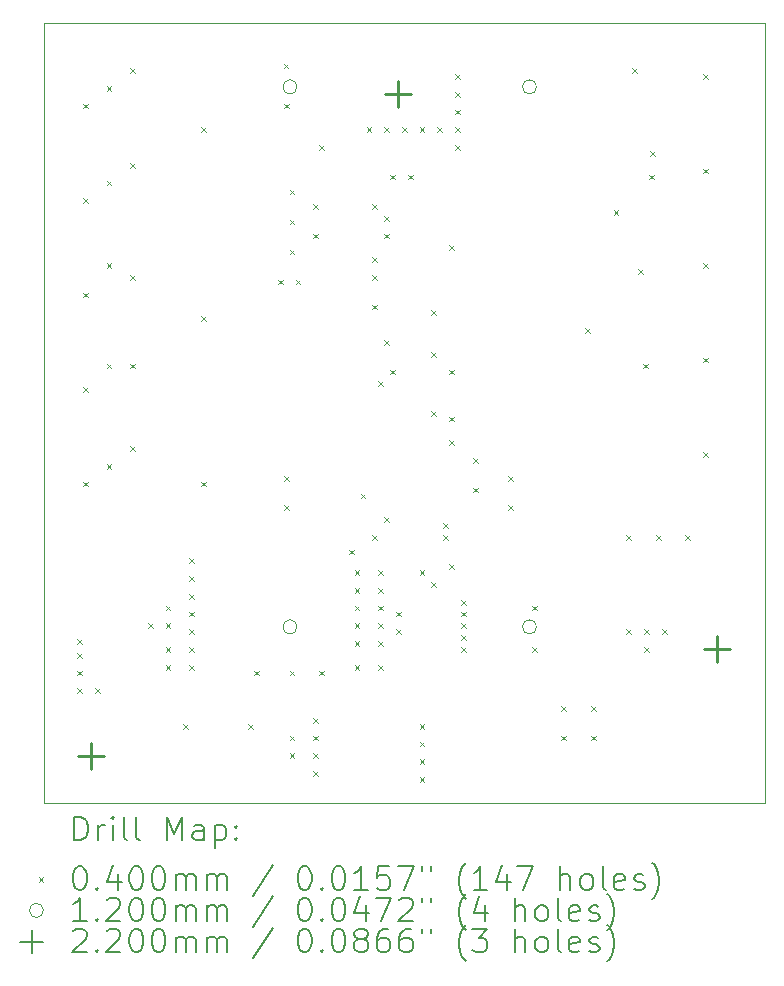
<source format=gbr>
%TF.GenerationSoftware,KiCad,Pcbnew,9.0.3*%
%TF.CreationDate,2025-07-11T07:37:28+02:00*%
%TF.ProjectId,fredo,66726564-6f2e-46b6-9963-61645f706362,rev?*%
%TF.SameCoordinates,Original*%
%TF.FileFunction,Drillmap*%
%TF.FilePolarity,Positive*%
%FSLAX45Y45*%
G04 Gerber Fmt 4.5, Leading zero omitted, Abs format (unit mm)*
G04 Created by KiCad (PCBNEW 9.0.3) date 2025-07-11 07:37:28*
%MOMM*%
%LPD*%
G01*
G04 APERTURE LIST*
%ADD10C,0.100000*%
%ADD11C,0.200000*%
%ADD12C,0.120000*%
%ADD13C,0.220000*%
G04 APERTURE END LIST*
D10*
X0Y0D02*
X6100000Y0D01*
X6100000Y-6600000D01*
X0Y-6600000D01*
X0Y0D01*
D11*
D10*
X280000Y-5210000D02*
X320000Y-5250000D01*
X320000Y-5210000D02*
X280000Y-5250000D01*
X280000Y-5330000D02*
X320000Y-5370000D01*
X320000Y-5330000D02*
X280000Y-5370000D01*
X280000Y-5480000D02*
X320000Y-5520000D01*
X320000Y-5480000D02*
X280000Y-5520000D01*
X280000Y-5630000D02*
X320000Y-5670000D01*
X320000Y-5630000D02*
X280000Y-5670000D01*
X330000Y-680000D02*
X370000Y-720000D01*
X370000Y-680000D02*
X330000Y-720000D01*
X330000Y-1480000D02*
X370000Y-1520000D01*
X370000Y-1480000D02*
X330000Y-1520000D01*
X330000Y-2280000D02*
X370000Y-2320000D01*
X370000Y-2280000D02*
X330000Y-2320000D01*
X330000Y-3080000D02*
X370000Y-3120000D01*
X370000Y-3080000D02*
X330000Y-3120000D01*
X330000Y-3880000D02*
X370000Y-3920000D01*
X370000Y-3880000D02*
X330000Y-3920000D01*
X430000Y-5630000D02*
X470000Y-5670000D01*
X470000Y-5630000D02*
X430000Y-5670000D01*
X530000Y-530000D02*
X570000Y-570000D01*
X570000Y-530000D02*
X530000Y-570000D01*
X530000Y-1330000D02*
X570000Y-1370000D01*
X570000Y-1330000D02*
X530000Y-1370000D01*
X530000Y-2030000D02*
X570000Y-2070000D01*
X570000Y-2030000D02*
X530000Y-2070000D01*
X530000Y-2880000D02*
X570000Y-2920000D01*
X570000Y-2880000D02*
X530000Y-2920000D01*
X530000Y-3730000D02*
X570000Y-3770000D01*
X570000Y-3730000D02*
X530000Y-3770000D01*
X730000Y-380000D02*
X770000Y-420000D01*
X770000Y-380000D02*
X730000Y-420000D01*
X730000Y-1180000D02*
X770000Y-1220000D01*
X770000Y-1180000D02*
X730000Y-1220000D01*
X730000Y-2130000D02*
X770000Y-2170000D01*
X770000Y-2130000D02*
X730000Y-2170000D01*
X730000Y-2880000D02*
X770000Y-2920000D01*
X770000Y-2880000D02*
X730000Y-2920000D01*
X730000Y-3580000D02*
X770000Y-3620000D01*
X770000Y-3580000D02*
X730000Y-3620000D01*
X880000Y-5080000D02*
X920000Y-5120000D01*
X920000Y-5080000D02*
X880000Y-5120000D01*
X1030000Y-4930000D02*
X1070000Y-4970000D01*
X1070000Y-4930000D02*
X1030000Y-4970000D01*
X1030000Y-5080000D02*
X1070000Y-5120000D01*
X1070000Y-5080000D02*
X1030000Y-5120000D01*
X1030000Y-5280000D02*
X1070000Y-5320000D01*
X1070000Y-5280000D02*
X1030000Y-5320000D01*
X1030000Y-5430000D02*
X1070000Y-5470000D01*
X1070000Y-5430000D02*
X1030000Y-5470000D01*
X1180000Y-5930000D02*
X1220000Y-5970000D01*
X1220000Y-5930000D02*
X1180000Y-5970000D01*
X1230000Y-4530000D02*
X1270000Y-4570000D01*
X1270000Y-4530000D02*
X1230000Y-4570000D01*
X1230000Y-4680000D02*
X1270000Y-4720000D01*
X1270000Y-4680000D02*
X1230000Y-4720000D01*
X1230000Y-4830000D02*
X1270000Y-4870000D01*
X1270000Y-4830000D02*
X1230000Y-4870000D01*
X1230000Y-4980000D02*
X1270000Y-5020000D01*
X1270000Y-4980000D02*
X1230000Y-5020000D01*
X1230000Y-5130000D02*
X1270000Y-5170000D01*
X1270000Y-5130000D02*
X1230000Y-5170000D01*
X1230000Y-5280000D02*
X1270000Y-5320000D01*
X1270000Y-5280000D02*
X1230000Y-5320000D01*
X1230000Y-5430000D02*
X1270000Y-5470000D01*
X1270000Y-5430000D02*
X1230000Y-5470000D01*
X1330000Y-880000D02*
X1370000Y-920000D01*
X1370000Y-880000D02*
X1330000Y-920000D01*
X1330000Y-2480000D02*
X1370000Y-2520000D01*
X1370000Y-2480000D02*
X1330000Y-2520000D01*
X1330000Y-3880000D02*
X1370000Y-3920000D01*
X1370000Y-3880000D02*
X1330000Y-3920000D01*
X1730000Y-5930000D02*
X1770000Y-5970000D01*
X1770000Y-5930000D02*
X1730000Y-5970000D01*
X1780000Y-5480000D02*
X1820000Y-5520000D01*
X1820000Y-5480000D02*
X1780000Y-5520000D01*
X1980000Y-2168000D02*
X2020000Y-2208000D01*
X2020000Y-2168000D02*
X1980000Y-2208000D01*
X2027815Y-340000D02*
X2067815Y-380000D01*
X2067815Y-340000D02*
X2027815Y-380000D01*
X2030000Y-680000D02*
X2070000Y-720000D01*
X2070000Y-680000D02*
X2030000Y-720000D01*
X2030000Y-3830000D02*
X2070000Y-3870000D01*
X2070000Y-3830000D02*
X2030000Y-3870000D01*
X2030000Y-4080000D02*
X2070000Y-4120000D01*
X2070000Y-4080000D02*
X2030000Y-4120000D01*
X2080000Y-1406000D02*
X2120000Y-1446000D01*
X2120000Y-1406000D02*
X2080000Y-1446000D01*
X2080000Y-1660000D02*
X2120000Y-1700000D01*
X2120000Y-1660000D02*
X2080000Y-1700000D01*
X2080000Y-1914000D02*
X2120000Y-1954000D01*
X2120000Y-1914000D02*
X2080000Y-1954000D01*
X2080000Y-5480000D02*
X2120000Y-5520000D01*
X2120000Y-5480000D02*
X2080000Y-5520000D01*
X2080000Y-6030000D02*
X2120000Y-6070000D01*
X2120000Y-6030000D02*
X2080000Y-6070000D01*
X2080000Y-6180000D02*
X2120000Y-6220000D01*
X2120000Y-6180000D02*
X2080000Y-6220000D01*
X2130000Y-2168000D02*
X2170000Y-2208000D01*
X2170000Y-2168000D02*
X2130000Y-2208000D01*
X2280000Y-1530000D02*
X2320000Y-1570000D01*
X2320000Y-1530000D02*
X2280000Y-1570000D01*
X2280000Y-1780000D02*
X2320000Y-1820000D01*
X2320000Y-1780000D02*
X2280000Y-1820000D01*
X2280000Y-5880000D02*
X2320000Y-5920000D01*
X2320000Y-5880000D02*
X2280000Y-5920000D01*
X2280000Y-6030000D02*
X2320000Y-6070000D01*
X2320000Y-6030000D02*
X2280000Y-6070000D01*
X2280000Y-6180000D02*
X2320000Y-6220000D01*
X2320000Y-6180000D02*
X2280000Y-6220000D01*
X2280000Y-6330000D02*
X2320000Y-6370000D01*
X2320000Y-6330000D02*
X2280000Y-6370000D01*
X2330000Y-1030000D02*
X2370000Y-1070000D01*
X2370000Y-1030000D02*
X2330000Y-1070000D01*
X2330000Y-5480000D02*
X2370000Y-5520000D01*
X2370000Y-5480000D02*
X2330000Y-5520000D01*
X2580000Y-4454000D02*
X2620000Y-4494000D01*
X2620000Y-4454000D02*
X2580000Y-4494000D01*
X2630000Y-4630000D02*
X2670000Y-4670000D01*
X2670000Y-4630000D02*
X2630000Y-4670000D01*
X2630000Y-4780000D02*
X2670000Y-4820000D01*
X2670000Y-4780000D02*
X2630000Y-4820000D01*
X2630000Y-4930000D02*
X2670000Y-4970000D01*
X2670000Y-4930000D02*
X2630000Y-4970000D01*
X2630000Y-5080000D02*
X2670000Y-5120000D01*
X2670000Y-5080000D02*
X2630000Y-5120000D01*
X2630000Y-5230000D02*
X2670000Y-5270000D01*
X2670000Y-5230000D02*
X2630000Y-5270000D01*
X2630000Y-5430000D02*
X2670000Y-5470000D01*
X2670000Y-5430000D02*
X2630000Y-5470000D01*
X2680000Y-3980000D02*
X2720000Y-4020000D01*
X2720000Y-3980000D02*
X2680000Y-4020000D01*
X2730000Y-880000D02*
X2770000Y-920000D01*
X2770000Y-880000D02*
X2730000Y-920000D01*
X2780000Y-1530000D02*
X2820000Y-1570000D01*
X2820000Y-1530000D02*
X2780000Y-1570000D01*
X2780000Y-1980000D02*
X2820000Y-2020000D01*
X2820000Y-1980000D02*
X2780000Y-2020000D01*
X2780000Y-2130000D02*
X2820000Y-2170000D01*
X2820000Y-2130000D02*
X2780000Y-2170000D01*
X2780000Y-2380000D02*
X2820000Y-2420000D01*
X2820000Y-2380000D02*
X2780000Y-2420000D01*
X2780000Y-4330000D02*
X2820000Y-4370000D01*
X2820000Y-4330000D02*
X2780000Y-4370000D01*
X2830000Y-3030000D02*
X2870000Y-3070000D01*
X2870000Y-3030000D02*
X2830000Y-3070000D01*
X2830000Y-4630000D02*
X2870000Y-4670000D01*
X2870000Y-4630000D02*
X2830000Y-4670000D01*
X2830000Y-4780000D02*
X2870000Y-4820000D01*
X2870000Y-4780000D02*
X2830000Y-4820000D01*
X2830000Y-4930000D02*
X2870000Y-4970000D01*
X2870000Y-4930000D02*
X2830000Y-4970000D01*
X2830000Y-5080000D02*
X2870000Y-5120000D01*
X2870000Y-5080000D02*
X2830000Y-5120000D01*
X2830000Y-5230000D02*
X2870000Y-5270000D01*
X2870000Y-5230000D02*
X2830000Y-5270000D01*
X2830000Y-5430000D02*
X2870000Y-5470000D01*
X2870000Y-5430000D02*
X2830000Y-5470000D01*
X2880000Y-880000D02*
X2920000Y-920000D01*
X2920000Y-880000D02*
X2880000Y-920000D01*
X2880000Y-1630000D02*
X2920000Y-1670000D01*
X2920000Y-1630000D02*
X2880000Y-1670000D01*
X2880000Y-1780000D02*
X2920000Y-1820000D01*
X2920000Y-1780000D02*
X2880000Y-1820000D01*
X2880000Y-2680000D02*
X2920000Y-2720000D01*
X2920000Y-2680000D02*
X2880000Y-2720000D01*
X2880000Y-4180000D02*
X2920000Y-4220000D01*
X2920000Y-4180000D02*
X2880000Y-4220000D01*
X2930000Y-1280000D02*
X2970000Y-1320000D01*
X2970000Y-1280000D02*
X2930000Y-1320000D01*
X2930000Y-2930000D02*
X2970000Y-2970000D01*
X2970000Y-2930000D02*
X2930000Y-2970000D01*
X2980000Y-4980000D02*
X3020000Y-5020000D01*
X3020000Y-4980000D02*
X2980000Y-5020000D01*
X2980000Y-5130000D02*
X3020000Y-5170000D01*
X3020000Y-5130000D02*
X2980000Y-5170000D01*
X3030000Y-880000D02*
X3070000Y-920000D01*
X3070000Y-880000D02*
X3030000Y-920000D01*
X3080000Y-1280000D02*
X3120000Y-1320000D01*
X3120000Y-1280000D02*
X3080000Y-1320000D01*
X3180000Y-880000D02*
X3220000Y-920000D01*
X3220000Y-880000D02*
X3180000Y-920000D01*
X3180000Y-4630000D02*
X3220000Y-4670000D01*
X3220000Y-4630000D02*
X3180000Y-4670000D01*
X3180000Y-5930000D02*
X3220000Y-5970000D01*
X3220000Y-5930000D02*
X3180000Y-5970000D01*
X3180000Y-6080000D02*
X3220000Y-6120000D01*
X3220000Y-6080000D02*
X3180000Y-6120000D01*
X3180000Y-6230000D02*
X3220000Y-6270000D01*
X3220000Y-6230000D02*
X3180000Y-6270000D01*
X3180000Y-6380000D02*
X3220000Y-6420000D01*
X3220000Y-6380000D02*
X3180000Y-6420000D01*
X3280000Y-2430000D02*
X3320000Y-2470000D01*
X3320000Y-2430000D02*
X3280000Y-2470000D01*
X3280000Y-2780000D02*
X3320000Y-2820000D01*
X3320000Y-2780000D02*
X3280000Y-2820000D01*
X3280000Y-3280000D02*
X3320000Y-3320000D01*
X3320000Y-3280000D02*
X3280000Y-3320000D01*
X3280000Y-4730000D02*
X3320000Y-4770000D01*
X3320000Y-4730000D02*
X3280000Y-4770000D01*
X3330000Y-880000D02*
X3370000Y-920000D01*
X3370000Y-880000D02*
X3330000Y-920000D01*
X3380000Y-4330000D02*
X3420000Y-4370000D01*
X3420000Y-4330000D02*
X3380000Y-4370000D01*
X3381265Y-4228735D02*
X3421265Y-4268735D01*
X3421265Y-4228735D02*
X3381265Y-4268735D01*
X3430000Y-1880000D02*
X3470000Y-1920000D01*
X3470000Y-1880000D02*
X3430000Y-1920000D01*
X3430000Y-2930000D02*
X3470000Y-2970000D01*
X3470000Y-2930000D02*
X3430000Y-2970000D01*
X3430000Y-3330000D02*
X3470000Y-3370000D01*
X3470000Y-3330000D02*
X3430000Y-3370000D01*
X3430000Y-3530000D02*
X3470000Y-3570000D01*
X3470000Y-3530000D02*
X3430000Y-3570000D01*
X3430000Y-4580000D02*
X3470000Y-4620000D01*
X3470000Y-4580000D02*
X3430000Y-4620000D01*
X3480000Y-430000D02*
X3520000Y-470000D01*
X3520000Y-430000D02*
X3480000Y-470000D01*
X3480000Y-580000D02*
X3520000Y-620000D01*
X3520000Y-580000D02*
X3480000Y-620000D01*
X3480000Y-730000D02*
X3520000Y-770000D01*
X3520000Y-730000D02*
X3480000Y-770000D01*
X3480000Y-880000D02*
X3520000Y-920000D01*
X3520000Y-880000D02*
X3480000Y-920000D01*
X3480000Y-1030000D02*
X3520000Y-1070000D01*
X3520000Y-1030000D02*
X3480000Y-1070000D01*
X3530000Y-4880000D02*
X3570000Y-4920000D01*
X3570000Y-4880000D02*
X3530000Y-4920000D01*
X3530000Y-4980000D02*
X3570000Y-5020000D01*
X3570000Y-4980000D02*
X3530000Y-5020000D01*
X3530000Y-5080000D02*
X3570000Y-5120000D01*
X3570000Y-5080000D02*
X3530000Y-5120000D01*
X3530000Y-5180000D02*
X3570000Y-5220000D01*
X3570000Y-5180000D02*
X3530000Y-5220000D01*
X3530000Y-5280000D02*
X3570000Y-5320000D01*
X3570000Y-5280000D02*
X3530000Y-5320000D01*
X3630000Y-3680000D02*
X3670000Y-3720000D01*
X3670000Y-3680000D02*
X3630000Y-3720000D01*
X3630000Y-3930000D02*
X3670000Y-3970000D01*
X3670000Y-3930000D02*
X3630000Y-3970000D01*
X3930000Y-3830000D02*
X3970000Y-3870000D01*
X3970000Y-3830000D02*
X3930000Y-3870000D01*
X3930000Y-4080000D02*
X3970000Y-4120000D01*
X3970000Y-4080000D02*
X3930000Y-4120000D01*
X4130000Y-4930000D02*
X4170000Y-4970000D01*
X4170000Y-4930000D02*
X4130000Y-4970000D01*
X4130000Y-5280000D02*
X4170000Y-5320000D01*
X4170000Y-5280000D02*
X4130000Y-5320000D01*
X4380000Y-5780000D02*
X4420000Y-5820000D01*
X4420000Y-5780000D02*
X4380000Y-5820000D01*
X4380000Y-6030000D02*
X4420000Y-6070000D01*
X4420000Y-6030000D02*
X4380000Y-6070000D01*
X4580000Y-2580000D02*
X4620000Y-2620000D01*
X4620000Y-2580000D02*
X4580000Y-2620000D01*
X4630000Y-5780000D02*
X4670000Y-5820000D01*
X4670000Y-5780000D02*
X4630000Y-5820000D01*
X4630000Y-6030000D02*
X4670000Y-6070000D01*
X4670000Y-6030000D02*
X4630000Y-6070000D01*
X4822500Y-1580000D02*
X4862500Y-1620000D01*
X4862500Y-1580000D02*
X4822500Y-1620000D01*
X4930000Y-4330000D02*
X4970000Y-4370000D01*
X4970000Y-4330000D02*
X4930000Y-4370000D01*
X4930000Y-5130000D02*
X4970000Y-5170000D01*
X4970000Y-5130000D02*
X4930000Y-5170000D01*
X4980000Y-380000D02*
X5020000Y-420000D01*
X5020000Y-380000D02*
X4980000Y-420000D01*
X5030000Y-2080000D02*
X5070000Y-2120000D01*
X5070000Y-2080000D02*
X5030000Y-2120000D01*
X5072500Y-2880000D02*
X5112500Y-2920000D01*
X5112500Y-2880000D02*
X5072500Y-2920000D01*
X5080000Y-5130000D02*
X5120000Y-5170000D01*
X5120000Y-5130000D02*
X5080000Y-5170000D01*
X5080000Y-5280000D02*
X5120000Y-5320000D01*
X5120000Y-5280000D02*
X5080000Y-5320000D01*
X5122500Y-1280000D02*
X5162500Y-1320000D01*
X5162500Y-1280000D02*
X5122500Y-1320000D01*
X5130000Y-1080000D02*
X5170000Y-1120000D01*
X5170000Y-1080000D02*
X5130000Y-1120000D01*
X5180000Y-4330000D02*
X5220000Y-4370000D01*
X5220000Y-4330000D02*
X5180000Y-4370000D01*
X5230000Y-5130000D02*
X5270000Y-5170000D01*
X5270000Y-5130000D02*
X5230000Y-5170000D01*
X5430000Y-4330000D02*
X5470000Y-4370000D01*
X5470000Y-4330000D02*
X5430000Y-4370000D01*
X5580000Y-430000D02*
X5620000Y-470000D01*
X5620000Y-430000D02*
X5580000Y-470000D01*
X5580000Y-1230000D02*
X5620000Y-1270000D01*
X5620000Y-1230000D02*
X5580000Y-1270000D01*
X5580000Y-2030000D02*
X5620000Y-2070000D01*
X5620000Y-2030000D02*
X5580000Y-2070000D01*
X5580000Y-2830000D02*
X5620000Y-2870000D01*
X5620000Y-2830000D02*
X5580000Y-2870000D01*
X5580000Y-3630000D02*
X5620000Y-3670000D01*
X5620000Y-3630000D02*
X5580000Y-3670000D01*
D12*
X2142000Y-537000D02*
G75*
G02*
X2022000Y-537000I-60000J0D01*
G01*
X2022000Y-537000D02*
G75*
G02*
X2142000Y-537000I60000J0D01*
G01*
X2142000Y-5109000D02*
G75*
G02*
X2022000Y-5109000I-60000J0D01*
G01*
X2022000Y-5109000D02*
G75*
G02*
X2142000Y-5109000I60000J0D01*
G01*
X4170000Y-537000D02*
G75*
G02*
X4050000Y-537000I-60000J0D01*
G01*
X4050000Y-537000D02*
G75*
G02*
X4170000Y-537000I60000J0D01*
G01*
X4170000Y-5109000D02*
G75*
G02*
X4050000Y-5109000I-60000J0D01*
G01*
X4050000Y-5109000D02*
G75*
G02*
X4170000Y-5109000I60000J0D01*
G01*
D13*
X400000Y-6090000D02*
X400000Y-6310000D01*
X290000Y-6200000D02*
X510000Y-6200000D01*
X3000000Y-490000D02*
X3000000Y-710000D01*
X2890000Y-600000D02*
X3110000Y-600000D01*
X5700000Y-5190000D02*
X5700000Y-5410000D01*
X5590000Y-5300000D02*
X5810000Y-5300000D01*
D11*
X255777Y-6916484D02*
X255777Y-6716484D01*
X255777Y-6716484D02*
X303396Y-6716484D01*
X303396Y-6716484D02*
X331967Y-6726008D01*
X331967Y-6726008D02*
X351015Y-6745055D01*
X351015Y-6745055D02*
X360539Y-6764103D01*
X360539Y-6764103D02*
X370062Y-6802198D01*
X370062Y-6802198D02*
X370062Y-6830769D01*
X370062Y-6830769D02*
X360539Y-6868865D01*
X360539Y-6868865D02*
X351015Y-6887912D01*
X351015Y-6887912D02*
X331967Y-6906960D01*
X331967Y-6906960D02*
X303396Y-6916484D01*
X303396Y-6916484D02*
X255777Y-6916484D01*
X455777Y-6916484D02*
X455777Y-6783150D01*
X455777Y-6821246D02*
X465301Y-6802198D01*
X465301Y-6802198D02*
X474824Y-6792674D01*
X474824Y-6792674D02*
X493872Y-6783150D01*
X493872Y-6783150D02*
X512920Y-6783150D01*
X579586Y-6916484D02*
X579586Y-6783150D01*
X579586Y-6716484D02*
X570063Y-6726008D01*
X570063Y-6726008D02*
X579586Y-6735531D01*
X579586Y-6735531D02*
X589110Y-6726008D01*
X589110Y-6726008D02*
X579586Y-6716484D01*
X579586Y-6716484D02*
X579586Y-6735531D01*
X703396Y-6916484D02*
X684348Y-6906960D01*
X684348Y-6906960D02*
X674824Y-6887912D01*
X674824Y-6887912D02*
X674824Y-6716484D01*
X808158Y-6916484D02*
X789110Y-6906960D01*
X789110Y-6906960D02*
X779586Y-6887912D01*
X779586Y-6887912D02*
X779586Y-6716484D01*
X1036729Y-6916484D02*
X1036729Y-6716484D01*
X1036729Y-6716484D02*
X1103396Y-6859341D01*
X1103396Y-6859341D02*
X1170063Y-6716484D01*
X1170063Y-6716484D02*
X1170063Y-6916484D01*
X1351015Y-6916484D02*
X1351015Y-6811722D01*
X1351015Y-6811722D02*
X1341491Y-6792674D01*
X1341491Y-6792674D02*
X1322444Y-6783150D01*
X1322444Y-6783150D02*
X1284348Y-6783150D01*
X1284348Y-6783150D02*
X1265301Y-6792674D01*
X1351015Y-6906960D02*
X1331967Y-6916484D01*
X1331967Y-6916484D02*
X1284348Y-6916484D01*
X1284348Y-6916484D02*
X1265301Y-6906960D01*
X1265301Y-6906960D02*
X1255777Y-6887912D01*
X1255777Y-6887912D02*
X1255777Y-6868865D01*
X1255777Y-6868865D02*
X1265301Y-6849817D01*
X1265301Y-6849817D02*
X1284348Y-6840293D01*
X1284348Y-6840293D02*
X1331967Y-6840293D01*
X1331967Y-6840293D02*
X1351015Y-6830769D01*
X1446253Y-6783150D02*
X1446253Y-6983150D01*
X1446253Y-6792674D02*
X1465301Y-6783150D01*
X1465301Y-6783150D02*
X1503396Y-6783150D01*
X1503396Y-6783150D02*
X1522443Y-6792674D01*
X1522443Y-6792674D02*
X1531967Y-6802198D01*
X1531967Y-6802198D02*
X1541491Y-6821246D01*
X1541491Y-6821246D02*
X1541491Y-6878388D01*
X1541491Y-6878388D02*
X1531967Y-6897436D01*
X1531967Y-6897436D02*
X1522443Y-6906960D01*
X1522443Y-6906960D02*
X1503396Y-6916484D01*
X1503396Y-6916484D02*
X1465301Y-6916484D01*
X1465301Y-6916484D02*
X1446253Y-6906960D01*
X1627205Y-6897436D02*
X1636729Y-6906960D01*
X1636729Y-6906960D02*
X1627205Y-6916484D01*
X1627205Y-6916484D02*
X1617682Y-6906960D01*
X1617682Y-6906960D02*
X1627205Y-6897436D01*
X1627205Y-6897436D02*
X1627205Y-6916484D01*
X1627205Y-6792674D02*
X1636729Y-6802198D01*
X1636729Y-6802198D02*
X1627205Y-6811722D01*
X1627205Y-6811722D02*
X1617682Y-6802198D01*
X1617682Y-6802198D02*
X1627205Y-6792674D01*
X1627205Y-6792674D02*
X1627205Y-6811722D01*
D10*
X-45000Y-7225000D02*
X-5000Y-7265000D01*
X-5000Y-7225000D02*
X-45000Y-7265000D01*
D11*
X293872Y-7136484D02*
X312920Y-7136484D01*
X312920Y-7136484D02*
X331967Y-7146008D01*
X331967Y-7146008D02*
X341491Y-7155531D01*
X341491Y-7155531D02*
X351015Y-7174579D01*
X351015Y-7174579D02*
X360539Y-7212674D01*
X360539Y-7212674D02*
X360539Y-7260293D01*
X360539Y-7260293D02*
X351015Y-7298388D01*
X351015Y-7298388D02*
X341491Y-7317436D01*
X341491Y-7317436D02*
X331967Y-7326960D01*
X331967Y-7326960D02*
X312920Y-7336484D01*
X312920Y-7336484D02*
X293872Y-7336484D01*
X293872Y-7336484D02*
X274824Y-7326960D01*
X274824Y-7326960D02*
X265301Y-7317436D01*
X265301Y-7317436D02*
X255777Y-7298388D01*
X255777Y-7298388D02*
X246253Y-7260293D01*
X246253Y-7260293D02*
X246253Y-7212674D01*
X246253Y-7212674D02*
X255777Y-7174579D01*
X255777Y-7174579D02*
X265301Y-7155531D01*
X265301Y-7155531D02*
X274824Y-7146008D01*
X274824Y-7146008D02*
X293872Y-7136484D01*
X446253Y-7317436D02*
X455777Y-7326960D01*
X455777Y-7326960D02*
X446253Y-7336484D01*
X446253Y-7336484D02*
X436729Y-7326960D01*
X436729Y-7326960D02*
X446253Y-7317436D01*
X446253Y-7317436D02*
X446253Y-7336484D01*
X627205Y-7203150D02*
X627205Y-7336484D01*
X579586Y-7126960D02*
X531967Y-7269817D01*
X531967Y-7269817D02*
X655777Y-7269817D01*
X770062Y-7136484D02*
X789110Y-7136484D01*
X789110Y-7136484D02*
X808158Y-7146008D01*
X808158Y-7146008D02*
X817682Y-7155531D01*
X817682Y-7155531D02*
X827205Y-7174579D01*
X827205Y-7174579D02*
X836729Y-7212674D01*
X836729Y-7212674D02*
X836729Y-7260293D01*
X836729Y-7260293D02*
X827205Y-7298388D01*
X827205Y-7298388D02*
X817682Y-7317436D01*
X817682Y-7317436D02*
X808158Y-7326960D01*
X808158Y-7326960D02*
X789110Y-7336484D01*
X789110Y-7336484D02*
X770062Y-7336484D01*
X770062Y-7336484D02*
X751015Y-7326960D01*
X751015Y-7326960D02*
X741491Y-7317436D01*
X741491Y-7317436D02*
X731967Y-7298388D01*
X731967Y-7298388D02*
X722443Y-7260293D01*
X722443Y-7260293D02*
X722443Y-7212674D01*
X722443Y-7212674D02*
X731967Y-7174579D01*
X731967Y-7174579D02*
X741491Y-7155531D01*
X741491Y-7155531D02*
X751015Y-7146008D01*
X751015Y-7146008D02*
X770062Y-7136484D01*
X960539Y-7136484D02*
X979586Y-7136484D01*
X979586Y-7136484D02*
X998634Y-7146008D01*
X998634Y-7146008D02*
X1008158Y-7155531D01*
X1008158Y-7155531D02*
X1017682Y-7174579D01*
X1017682Y-7174579D02*
X1027205Y-7212674D01*
X1027205Y-7212674D02*
X1027205Y-7260293D01*
X1027205Y-7260293D02*
X1017682Y-7298388D01*
X1017682Y-7298388D02*
X1008158Y-7317436D01*
X1008158Y-7317436D02*
X998634Y-7326960D01*
X998634Y-7326960D02*
X979586Y-7336484D01*
X979586Y-7336484D02*
X960539Y-7336484D01*
X960539Y-7336484D02*
X941491Y-7326960D01*
X941491Y-7326960D02*
X931967Y-7317436D01*
X931967Y-7317436D02*
X922443Y-7298388D01*
X922443Y-7298388D02*
X912920Y-7260293D01*
X912920Y-7260293D02*
X912920Y-7212674D01*
X912920Y-7212674D02*
X922443Y-7174579D01*
X922443Y-7174579D02*
X931967Y-7155531D01*
X931967Y-7155531D02*
X941491Y-7146008D01*
X941491Y-7146008D02*
X960539Y-7136484D01*
X1112920Y-7336484D02*
X1112920Y-7203150D01*
X1112920Y-7222198D02*
X1122444Y-7212674D01*
X1122444Y-7212674D02*
X1141491Y-7203150D01*
X1141491Y-7203150D02*
X1170063Y-7203150D01*
X1170063Y-7203150D02*
X1189110Y-7212674D01*
X1189110Y-7212674D02*
X1198634Y-7231722D01*
X1198634Y-7231722D02*
X1198634Y-7336484D01*
X1198634Y-7231722D02*
X1208158Y-7212674D01*
X1208158Y-7212674D02*
X1227205Y-7203150D01*
X1227205Y-7203150D02*
X1255777Y-7203150D01*
X1255777Y-7203150D02*
X1274825Y-7212674D01*
X1274825Y-7212674D02*
X1284348Y-7231722D01*
X1284348Y-7231722D02*
X1284348Y-7336484D01*
X1379586Y-7336484D02*
X1379586Y-7203150D01*
X1379586Y-7222198D02*
X1389110Y-7212674D01*
X1389110Y-7212674D02*
X1408158Y-7203150D01*
X1408158Y-7203150D02*
X1436729Y-7203150D01*
X1436729Y-7203150D02*
X1455777Y-7212674D01*
X1455777Y-7212674D02*
X1465301Y-7231722D01*
X1465301Y-7231722D02*
X1465301Y-7336484D01*
X1465301Y-7231722D02*
X1474824Y-7212674D01*
X1474824Y-7212674D02*
X1493872Y-7203150D01*
X1493872Y-7203150D02*
X1522443Y-7203150D01*
X1522443Y-7203150D02*
X1541491Y-7212674D01*
X1541491Y-7212674D02*
X1551015Y-7231722D01*
X1551015Y-7231722D02*
X1551015Y-7336484D01*
X1941491Y-7126960D02*
X1770063Y-7384103D01*
X2198634Y-7136484D02*
X2217682Y-7136484D01*
X2217682Y-7136484D02*
X2236729Y-7146008D01*
X2236729Y-7146008D02*
X2246253Y-7155531D01*
X2246253Y-7155531D02*
X2255777Y-7174579D01*
X2255777Y-7174579D02*
X2265301Y-7212674D01*
X2265301Y-7212674D02*
X2265301Y-7260293D01*
X2265301Y-7260293D02*
X2255777Y-7298388D01*
X2255777Y-7298388D02*
X2246253Y-7317436D01*
X2246253Y-7317436D02*
X2236729Y-7326960D01*
X2236729Y-7326960D02*
X2217682Y-7336484D01*
X2217682Y-7336484D02*
X2198634Y-7336484D01*
X2198634Y-7336484D02*
X2179587Y-7326960D01*
X2179587Y-7326960D02*
X2170063Y-7317436D01*
X2170063Y-7317436D02*
X2160539Y-7298388D01*
X2160539Y-7298388D02*
X2151015Y-7260293D01*
X2151015Y-7260293D02*
X2151015Y-7212674D01*
X2151015Y-7212674D02*
X2160539Y-7174579D01*
X2160539Y-7174579D02*
X2170063Y-7155531D01*
X2170063Y-7155531D02*
X2179587Y-7146008D01*
X2179587Y-7146008D02*
X2198634Y-7136484D01*
X2351015Y-7317436D02*
X2360539Y-7326960D01*
X2360539Y-7326960D02*
X2351015Y-7336484D01*
X2351015Y-7336484D02*
X2341491Y-7326960D01*
X2341491Y-7326960D02*
X2351015Y-7317436D01*
X2351015Y-7317436D02*
X2351015Y-7336484D01*
X2484348Y-7136484D02*
X2503396Y-7136484D01*
X2503396Y-7136484D02*
X2522444Y-7146008D01*
X2522444Y-7146008D02*
X2531968Y-7155531D01*
X2531968Y-7155531D02*
X2541491Y-7174579D01*
X2541491Y-7174579D02*
X2551015Y-7212674D01*
X2551015Y-7212674D02*
X2551015Y-7260293D01*
X2551015Y-7260293D02*
X2541491Y-7298388D01*
X2541491Y-7298388D02*
X2531968Y-7317436D01*
X2531968Y-7317436D02*
X2522444Y-7326960D01*
X2522444Y-7326960D02*
X2503396Y-7336484D01*
X2503396Y-7336484D02*
X2484348Y-7336484D01*
X2484348Y-7336484D02*
X2465301Y-7326960D01*
X2465301Y-7326960D02*
X2455777Y-7317436D01*
X2455777Y-7317436D02*
X2446253Y-7298388D01*
X2446253Y-7298388D02*
X2436729Y-7260293D01*
X2436729Y-7260293D02*
X2436729Y-7212674D01*
X2436729Y-7212674D02*
X2446253Y-7174579D01*
X2446253Y-7174579D02*
X2455777Y-7155531D01*
X2455777Y-7155531D02*
X2465301Y-7146008D01*
X2465301Y-7146008D02*
X2484348Y-7136484D01*
X2741491Y-7336484D02*
X2627206Y-7336484D01*
X2684348Y-7336484D02*
X2684348Y-7136484D01*
X2684348Y-7136484D02*
X2665301Y-7165055D01*
X2665301Y-7165055D02*
X2646253Y-7184103D01*
X2646253Y-7184103D02*
X2627206Y-7193627D01*
X2922444Y-7136484D02*
X2827206Y-7136484D01*
X2827206Y-7136484D02*
X2817682Y-7231722D01*
X2817682Y-7231722D02*
X2827206Y-7222198D01*
X2827206Y-7222198D02*
X2846253Y-7212674D01*
X2846253Y-7212674D02*
X2893872Y-7212674D01*
X2893872Y-7212674D02*
X2912920Y-7222198D01*
X2912920Y-7222198D02*
X2922444Y-7231722D01*
X2922444Y-7231722D02*
X2931967Y-7250769D01*
X2931967Y-7250769D02*
X2931967Y-7298388D01*
X2931967Y-7298388D02*
X2922444Y-7317436D01*
X2922444Y-7317436D02*
X2912920Y-7326960D01*
X2912920Y-7326960D02*
X2893872Y-7336484D01*
X2893872Y-7336484D02*
X2846253Y-7336484D01*
X2846253Y-7336484D02*
X2827206Y-7326960D01*
X2827206Y-7326960D02*
X2817682Y-7317436D01*
X2998634Y-7136484D02*
X3131967Y-7136484D01*
X3131967Y-7136484D02*
X3046253Y-7336484D01*
X3198634Y-7136484D02*
X3198634Y-7174579D01*
X3274825Y-7136484D02*
X3274825Y-7174579D01*
X3570063Y-7412674D02*
X3560539Y-7403150D01*
X3560539Y-7403150D02*
X3541491Y-7374579D01*
X3541491Y-7374579D02*
X3531968Y-7355531D01*
X3531968Y-7355531D02*
X3522444Y-7326960D01*
X3522444Y-7326960D02*
X3512920Y-7279341D01*
X3512920Y-7279341D02*
X3512920Y-7241246D01*
X3512920Y-7241246D02*
X3522444Y-7193627D01*
X3522444Y-7193627D02*
X3531968Y-7165055D01*
X3531968Y-7165055D02*
X3541491Y-7146008D01*
X3541491Y-7146008D02*
X3560539Y-7117436D01*
X3560539Y-7117436D02*
X3570063Y-7107912D01*
X3751015Y-7336484D02*
X3636729Y-7336484D01*
X3693872Y-7336484D02*
X3693872Y-7136484D01*
X3693872Y-7136484D02*
X3674825Y-7165055D01*
X3674825Y-7165055D02*
X3655777Y-7184103D01*
X3655777Y-7184103D02*
X3636729Y-7193627D01*
X3922444Y-7203150D02*
X3922444Y-7336484D01*
X3874825Y-7126960D02*
X3827206Y-7269817D01*
X3827206Y-7269817D02*
X3951015Y-7269817D01*
X4008158Y-7136484D02*
X4141491Y-7136484D01*
X4141491Y-7136484D02*
X4055777Y-7336484D01*
X4370063Y-7336484D02*
X4370063Y-7136484D01*
X4455777Y-7336484D02*
X4455777Y-7231722D01*
X4455777Y-7231722D02*
X4446253Y-7212674D01*
X4446253Y-7212674D02*
X4427206Y-7203150D01*
X4427206Y-7203150D02*
X4398634Y-7203150D01*
X4398634Y-7203150D02*
X4379587Y-7212674D01*
X4379587Y-7212674D02*
X4370063Y-7222198D01*
X4579587Y-7336484D02*
X4560539Y-7326960D01*
X4560539Y-7326960D02*
X4551015Y-7317436D01*
X4551015Y-7317436D02*
X4541492Y-7298388D01*
X4541492Y-7298388D02*
X4541492Y-7241246D01*
X4541492Y-7241246D02*
X4551015Y-7222198D01*
X4551015Y-7222198D02*
X4560539Y-7212674D01*
X4560539Y-7212674D02*
X4579587Y-7203150D01*
X4579587Y-7203150D02*
X4608158Y-7203150D01*
X4608158Y-7203150D02*
X4627206Y-7212674D01*
X4627206Y-7212674D02*
X4636730Y-7222198D01*
X4636730Y-7222198D02*
X4646253Y-7241246D01*
X4646253Y-7241246D02*
X4646253Y-7298388D01*
X4646253Y-7298388D02*
X4636730Y-7317436D01*
X4636730Y-7317436D02*
X4627206Y-7326960D01*
X4627206Y-7326960D02*
X4608158Y-7336484D01*
X4608158Y-7336484D02*
X4579587Y-7336484D01*
X4760539Y-7336484D02*
X4741492Y-7326960D01*
X4741492Y-7326960D02*
X4731968Y-7307912D01*
X4731968Y-7307912D02*
X4731968Y-7136484D01*
X4912920Y-7326960D02*
X4893873Y-7336484D01*
X4893873Y-7336484D02*
X4855777Y-7336484D01*
X4855777Y-7336484D02*
X4836730Y-7326960D01*
X4836730Y-7326960D02*
X4827206Y-7307912D01*
X4827206Y-7307912D02*
X4827206Y-7231722D01*
X4827206Y-7231722D02*
X4836730Y-7212674D01*
X4836730Y-7212674D02*
X4855777Y-7203150D01*
X4855777Y-7203150D02*
X4893873Y-7203150D01*
X4893873Y-7203150D02*
X4912920Y-7212674D01*
X4912920Y-7212674D02*
X4922444Y-7231722D01*
X4922444Y-7231722D02*
X4922444Y-7250769D01*
X4922444Y-7250769D02*
X4827206Y-7269817D01*
X4998634Y-7326960D02*
X5017682Y-7336484D01*
X5017682Y-7336484D02*
X5055777Y-7336484D01*
X5055777Y-7336484D02*
X5074825Y-7326960D01*
X5074825Y-7326960D02*
X5084349Y-7307912D01*
X5084349Y-7307912D02*
X5084349Y-7298388D01*
X5084349Y-7298388D02*
X5074825Y-7279341D01*
X5074825Y-7279341D02*
X5055777Y-7269817D01*
X5055777Y-7269817D02*
X5027206Y-7269817D01*
X5027206Y-7269817D02*
X5008158Y-7260293D01*
X5008158Y-7260293D02*
X4998634Y-7241246D01*
X4998634Y-7241246D02*
X4998634Y-7231722D01*
X4998634Y-7231722D02*
X5008158Y-7212674D01*
X5008158Y-7212674D02*
X5027206Y-7203150D01*
X5027206Y-7203150D02*
X5055777Y-7203150D01*
X5055777Y-7203150D02*
X5074825Y-7212674D01*
X5151015Y-7412674D02*
X5160539Y-7403150D01*
X5160539Y-7403150D02*
X5179587Y-7374579D01*
X5179587Y-7374579D02*
X5189111Y-7355531D01*
X5189111Y-7355531D02*
X5198634Y-7326960D01*
X5198634Y-7326960D02*
X5208158Y-7279341D01*
X5208158Y-7279341D02*
X5208158Y-7241246D01*
X5208158Y-7241246D02*
X5198634Y-7193627D01*
X5198634Y-7193627D02*
X5189111Y-7165055D01*
X5189111Y-7165055D02*
X5179587Y-7146008D01*
X5179587Y-7146008D02*
X5160539Y-7117436D01*
X5160539Y-7117436D02*
X5151015Y-7107912D01*
D12*
X-5000Y-7509000D02*
G75*
G02*
X-125000Y-7509000I-60000J0D01*
G01*
X-125000Y-7509000D02*
G75*
G02*
X-5000Y-7509000I60000J0D01*
G01*
D11*
X360539Y-7600484D02*
X246253Y-7600484D01*
X303396Y-7600484D02*
X303396Y-7400484D01*
X303396Y-7400484D02*
X284348Y-7429055D01*
X284348Y-7429055D02*
X265301Y-7448103D01*
X265301Y-7448103D02*
X246253Y-7457627D01*
X446253Y-7581436D02*
X455777Y-7590960D01*
X455777Y-7590960D02*
X446253Y-7600484D01*
X446253Y-7600484D02*
X436729Y-7590960D01*
X436729Y-7590960D02*
X446253Y-7581436D01*
X446253Y-7581436D02*
X446253Y-7600484D01*
X531967Y-7419531D02*
X541491Y-7410008D01*
X541491Y-7410008D02*
X560539Y-7400484D01*
X560539Y-7400484D02*
X608158Y-7400484D01*
X608158Y-7400484D02*
X627205Y-7410008D01*
X627205Y-7410008D02*
X636729Y-7419531D01*
X636729Y-7419531D02*
X646253Y-7438579D01*
X646253Y-7438579D02*
X646253Y-7457627D01*
X646253Y-7457627D02*
X636729Y-7486198D01*
X636729Y-7486198D02*
X522443Y-7600484D01*
X522443Y-7600484D02*
X646253Y-7600484D01*
X770062Y-7400484D02*
X789110Y-7400484D01*
X789110Y-7400484D02*
X808158Y-7410008D01*
X808158Y-7410008D02*
X817682Y-7419531D01*
X817682Y-7419531D02*
X827205Y-7438579D01*
X827205Y-7438579D02*
X836729Y-7476674D01*
X836729Y-7476674D02*
X836729Y-7524293D01*
X836729Y-7524293D02*
X827205Y-7562388D01*
X827205Y-7562388D02*
X817682Y-7581436D01*
X817682Y-7581436D02*
X808158Y-7590960D01*
X808158Y-7590960D02*
X789110Y-7600484D01*
X789110Y-7600484D02*
X770062Y-7600484D01*
X770062Y-7600484D02*
X751015Y-7590960D01*
X751015Y-7590960D02*
X741491Y-7581436D01*
X741491Y-7581436D02*
X731967Y-7562388D01*
X731967Y-7562388D02*
X722443Y-7524293D01*
X722443Y-7524293D02*
X722443Y-7476674D01*
X722443Y-7476674D02*
X731967Y-7438579D01*
X731967Y-7438579D02*
X741491Y-7419531D01*
X741491Y-7419531D02*
X751015Y-7410008D01*
X751015Y-7410008D02*
X770062Y-7400484D01*
X960539Y-7400484D02*
X979586Y-7400484D01*
X979586Y-7400484D02*
X998634Y-7410008D01*
X998634Y-7410008D02*
X1008158Y-7419531D01*
X1008158Y-7419531D02*
X1017682Y-7438579D01*
X1017682Y-7438579D02*
X1027205Y-7476674D01*
X1027205Y-7476674D02*
X1027205Y-7524293D01*
X1027205Y-7524293D02*
X1017682Y-7562388D01*
X1017682Y-7562388D02*
X1008158Y-7581436D01*
X1008158Y-7581436D02*
X998634Y-7590960D01*
X998634Y-7590960D02*
X979586Y-7600484D01*
X979586Y-7600484D02*
X960539Y-7600484D01*
X960539Y-7600484D02*
X941491Y-7590960D01*
X941491Y-7590960D02*
X931967Y-7581436D01*
X931967Y-7581436D02*
X922443Y-7562388D01*
X922443Y-7562388D02*
X912920Y-7524293D01*
X912920Y-7524293D02*
X912920Y-7476674D01*
X912920Y-7476674D02*
X922443Y-7438579D01*
X922443Y-7438579D02*
X931967Y-7419531D01*
X931967Y-7419531D02*
X941491Y-7410008D01*
X941491Y-7410008D02*
X960539Y-7400484D01*
X1112920Y-7600484D02*
X1112920Y-7467150D01*
X1112920Y-7486198D02*
X1122444Y-7476674D01*
X1122444Y-7476674D02*
X1141491Y-7467150D01*
X1141491Y-7467150D02*
X1170063Y-7467150D01*
X1170063Y-7467150D02*
X1189110Y-7476674D01*
X1189110Y-7476674D02*
X1198634Y-7495722D01*
X1198634Y-7495722D02*
X1198634Y-7600484D01*
X1198634Y-7495722D02*
X1208158Y-7476674D01*
X1208158Y-7476674D02*
X1227205Y-7467150D01*
X1227205Y-7467150D02*
X1255777Y-7467150D01*
X1255777Y-7467150D02*
X1274825Y-7476674D01*
X1274825Y-7476674D02*
X1284348Y-7495722D01*
X1284348Y-7495722D02*
X1284348Y-7600484D01*
X1379586Y-7600484D02*
X1379586Y-7467150D01*
X1379586Y-7486198D02*
X1389110Y-7476674D01*
X1389110Y-7476674D02*
X1408158Y-7467150D01*
X1408158Y-7467150D02*
X1436729Y-7467150D01*
X1436729Y-7467150D02*
X1455777Y-7476674D01*
X1455777Y-7476674D02*
X1465301Y-7495722D01*
X1465301Y-7495722D02*
X1465301Y-7600484D01*
X1465301Y-7495722D02*
X1474824Y-7476674D01*
X1474824Y-7476674D02*
X1493872Y-7467150D01*
X1493872Y-7467150D02*
X1522443Y-7467150D01*
X1522443Y-7467150D02*
X1541491Y-7476674D01*
X1541491Y-7476674D02*
X1551015Y-7495722D01*
X1551015Y-7495722D02*
X1551015Y-7600484D01*
X1941491Y-7390960D02*
X1770063Y-7648103D01*
X2198634Y-7400484D02*
X2217682Y-7400484D01*
X2217682Y-7400484D02*
X2236729Y-7410008D01*
X2236729Y-7410008D02*
X2246253Y-7419531D01*
X2246253Y-7419531D02*
X2255777Y-7438579D01*
X2255777Y-7438579D02*
X2265301Y-7476674D01*
X2265301Y-7476674D02*
X2265301Y-7524293D01*
X2265301Y-7524293D02*
X2255777Y-7562388D01*
X2255777Y-7562388D02*
X2246253Y-7581436D01*
X2246253Y-7581436D02*
X2236729Y-7590960D01*
X2236729Y-7590960D02*
X2217682Y-7600484D01*
X2217682Y-7600484D02*
X2198634Y-7600484D01*
X2198634Y-7600484D02*
X2179587Y-7590960D01*
X2179587Y-7590960D02*
X2170063Y-7581436D01*
X2170063Y-7581436D02*
X2160539Y-7562388D01*
X2160539Y-7562388D02*
X2151015Y-7524293D01*
X2151015Y-7524293D02*
X2151015Y-7476674D01*
X2151015Y-7476674D02*
X2160539Y-7438579D01*
X2160539Y-7438579D02*
X2170063Y-7419531D01*
X2170063Y-7419531D02*
X2179587Y-7410008D01*
X2179587Y-7410008D02*
X2198634Y-7400484D01*
X2351015Y-7581436D02*
X2360539Y-7590960D01*
X2360539Y-7590960D02*
X2351015Y-7600484D01*
X2351015Y-7600484D02*
X2341491Y-7590960D01*
X2341491Y-7590960D02*
X2351015Y-7581436D01*
X2351015Y-7581436D02*
X2351015Y-7600484D01*
X2484348Y-7400484D02*
X2503396Y-7400484D01*
X2503396Y-7400484D02*
X2522444Y-7410008D01*
X2522444Y-7410008D02*
X2531968Y-7419531D01*
X2531968Y-7419531D02*
X2541491Y-7438579D01*
X2541491Y-7438579D02*
X2551015Y-7476674D01*
X2551015Y-7476674D02*
X2551015Y-7524293D01*
X2551015Y-7524293D02*
X2541491Y-7562388D01*
X2541491Y-7562388D02*
X2531968Y-7581436D01*
X2531968Y-7581436D02*
X2522444Y-7590960D01*
X2522444Y-7590960D02*
X2503396Y-7600484D01*
X2503396Y-7600484D02*
X2484348Y-7600484D01*
X2484348Y-7600484D02*
X2465301Y-7590960D01*
X2465301Y-7590960D02*
X2455777Y-7581436D01*
X2455777Y-7581436D02*
X2446253Y-7562388D01*
X2446253Y-7562388D02*
X2436729Y-7524293D01*
X2436729Y-7524293D02*
X2436729Y-7476674D01*
X2436729Y-7476674D02*
X2446253Y-7438579D01*
X2446253Y-7438579D02*
X2455777Y-7419531D01*
X2455777Y-7419531D02*
X2465301Y-7410008D01*
X2465301Y-7410008D02*
X2484348Y-7400484D01*
X2722444Y-7467150D02*
X2722444Y-7600484D01*
X2674825Y-7390960D02*
X2627206Y-7533817D01*
X2627206Y-7533817D02*
X2751015Y-7533817D01*
X2808158Y-7400484D02*
X2941491Y-7400484D01*
X2941491Y-7400484D02*
X2855777Y-7600484D01*
X3008158Y-7419531D02*
X3017682Y-7410008D01*
X3017682Y-7410008D02*
X3036729Y-7400484D01*
X3036729Y-7400484D02*
X3084348Y-7400484D01*
X3084348Y-7400484D02*
X3103396Y-7410008D01*
X3103396Y-7410008D02*
X3112920Y-7419531D01*
X3112920Y-7419531D02*
X3122444Y-7438579D01*
X3122444Y-7438579D02*
X3122444Y-7457627D01*
X3122444Y-7457627D02*
X3112920Y-7486198D01*
X3112920Y-7486198D02*
X2998634Y-7600484D01*
X2998634Y-7600484D02*
X3122444Y-7600484D01*
X3198634Y-7400484D02*
X3198634Y-7438579D01*
X3274825Y-7400484D02*
X3274825Y-7438579D01*
X3570063Y-7676674D02*
X3560539Y-7667150D01*
X3560539Y-7667150D02*
X3541491Y-7638579D01*
X3541491Y-7638579D02*
X3531968Y-7619531D01*
X3531968Y-7619531D02*
X3522444Y-7590960D01*
X3522444Y-7590960D02*
X3512920Y-7543341D01*
X3512920Y-7543341D02*
X3512920Y-7505246D01*
X3512920Y-7505246D02*
X3522444Y-7457627D01*
X3522444Y-7457627D02*
X3531968Y-7429055D01*
X3531968Y-7429055D02*
X3541491Y-7410008D01*
X3541491Y-7410008D02*
X3560539Y-7381436D01*
X3560539Y-7381436D02*
X3570063Y-7371912D01*
X3731968Y-7467150D02*
X3731968Y-7600484D01*
X3684348Y-7390960D02*
X3636729Y-7533817D01*
X3636729Y-7533817D02*
X3760539Y-7533817D01*
X3989110Y-7600484D02*
X3989110Y-7400484D01*
X4074825Y-7600484D02*
X4074825Y-7495722D01*
X4074825Y-7495722D02*
X4065301Y-7476674D01*
X4065301Y-7476674D02*
X4046253Y-7467150D01*
X4046253Y-7467150D02*
X4017682Y-7467150D01*
X4017682Y-7467150D02*
X3998634Y-7476674D01*
X3998634Y-7476674D02*
X3989110Y-7486198D01*
X4198634Y-7600484D02*
X4179587Y-7590960D01*
X4179587Y-7590960D02*
X4170063Y-7581436D01*
X4170063Y-7581436D02*
X4160539Y-7562388D01*
X4160539Y-7562388D02*
X4160539Y-7505246D01*
X4160539Y-7505246D02*
X4170063Y-7486198D01*
X4170063Y-7486198D02*
X4179587Y-7476674D01*
X4179587Y-7476674D02*
X4198634Y-7467150D01*
X4198634Y-7467150D02*
X4227206Y-7467150D01*
X4227206Y-7467150D02*
X4246253Y-7476674D01*
X4246253Y-7476674D02*
X4255777Y-7486198D01*
X4255777Y-7486198D02*
X4265301Y-7505246D01*
X4265301Y-7505246D02*
X4265301Y-7562388D01*
X4265301Y-7562388D02*
X4255777Y-7581436D01*
X4255777Y-7581436D02*
X4246253Y-7590960D01*
X4246253Y-7590960D02*
X4227206Y-7600484D01*
X4227206Y-7600484D02*
X4198634Y-7600484D01*
X4379587Y-7600484D02*
X4360539Y-7590960D01*
X4360539Y-7590960D02*
X4351015Y-7571912D01*
X4351015Y-7571912D02*
X4351015Y-7400484D01*
X4531968Y-7590960D02*
X4512920Y-7600484D01*
X4512920Y-7600484D02*
X4474825Y-7600484D01*
X4474825Y-7600484D02*
X4455777Y-7590960D01*
X4455777Y-7590960D02*
X4446253Y-7571912D01*
X4446253Y-7571912D02*
X4446253Y-7495722D01*
X4446253Y-7495722D02*
X4455777Y-7476674D01*
X4455777Y-7476674D02*
X4474825Y-7467150D01*
X4474825Y-7467150D02*
X4512920Y-7467150D01*
X4512920Y-7467150D02*
X4531968Y-7476674D01*
X4531968Y-7476674D02*
X4541492Y-7495722D01*
X4541492Y-7495722D02*
X4541492Y-7514769D01*
X4541492Y-7514769D02*
X4446253Y-7533817D01*
X4617682Y-7590960D02*
X4636730Y-7600484D01*
X4636730Y-7600484D02*
X4674825Y-7600484D01*
X4674825Y-7600484D02*
X4693873Y-7590960D01*
X4693873Y-7590960D02*
X4703396Y-7571912D01*
X4703396Y-7571912D02*
X4703396Y-7562388D01*
X4703396Y-7562388D02*
X4693873Y-7543341D01*
X4693873Y-7543341D02*
X4674825Y-7533817D01*
X4674825Y-7533817D02*
X4646253Y-7533817D01*
X4646253Y-7533817D02*
X4627206Y-7524293D01*
X4627206Y-7524293D02*
X4617682Y-7505246D01*
X4617682Y-7505246D02*
X4617682Y-7495722D01*
X4617682Y-7495722D02*
X4627206Y-7476674D01*
X4627206Y-7476674D02*
X4646253Y-7467150D01*
X4646253Y-7467150D02*
X4674825Y-7467150D01*
X4674825Y-7467150D02*
X4693873Y-7476674D01*
X4770063Y-7676674D02*
X4779587Y-7667150D01*
X4779587Y-7667150D02*
X4798634Y-7638579D01*
X4798634Y-7638579D02*
X4808158Y-7619531D01*
X4808158Y-7619531D02*
X4817682Y-7590960D01*
X4817682Y-7590960D02*
X4827206Y-7543341D01*
X4827206Y-7543341D02*
X4827206Y-7505246D01*
X4827206Y-7505246D02*
X4817682Y-7457627D01*
X4817682Y-7457627D02*
X4808158Y-7429055D01*
X4808158Y-7429055D02*
X4798634Y-7410008D01*
X4798634Y-7410008D02*
X4779587Y-7381436D01*
X4779587Y-7381436D02*
X4770063Y-7371912D01*
X-105000Y-7673000D02*
X-105000Y-7873000D01*
X-205000Y-7773000D02*
X-5000Y-7773000D01*
X246253Y-7683531D02*
X255777Y-7674008D01*
X255777Y-7674008D02*
X274824Y-7664484D01*
X274824Y-7664484D02*
X322444Y-7664484D01*
X322444Y-7664484D02*
X341491Y-7674008D01*
X341491Y-7674008D02*
X351015Y-7683531D01*
X351015Y-7683531D02*
X360539Y-7702579D01*
X360539Y-7702579D02*
X360539Y-7721627D01*
X360539Y-7721627D02*
X351015Y-7750198D01*
X351015Y-7750198D02*
X236729Y-7864484D01*
X236729Y-7864484D02*
X360539Y-7864484D01*
X446253Y-7845436D02*
X455777Y-7854960D01*
X455777Y-7854960D02*
X446253Y-7864484D01*
X446253Y-7864484D02*
X436729Y-7854960D01*
X436729Y-7854960D02*
X446253Y-7845436D01*
X446253Y-7845436D02*
X446253Y-7864484D01*
X531967Y-7683531D02*
X541491Y-7674008D01*
X541491Y-7674008D02*
X560539Y-7664484D01*
X560539Y-7664484D02*
X608158Y-7664484D01*
X608158Y-7664484D02*
X627205Y-7674008D01*
X627205Y-7674008D02*
X636729Y-7683531D01*
X636729Y-7683531D02*
X646253Y-7702579D01*
X646253Y-7702579D02*
X646253Y-7721627D01*
X646253Y-7721627D02*
X636729Y-7750198D01*
X636729Y-7750198D02*
X522443Y-7864484D01*
X522443Y-7864484D02*
X646253Y-7864484D01*
X770062Y-7664484D02*
X789110Y-7664484D01*
X789110Y-7664484D02*
X808158Y-7674008D01*
X808158Y-7674008D02*
X817682Y-7683531D01*
X817682Y-7683531D02*
X827205Y-7702579D01*
X827205Y-7702579D02*
X836729Y-7740674D01*
X836729Y-7740674D02*
X836729Y-7788293D01*
X836729Y-7788293D02*
X827205Y-7826388D01*
X827205Y-7826388D02*
X817682Y-7845436D01*
X817682Y-7845436D02*
X808158Y-7854960D01*
X808158Y-7854960D02*
X789110Y-7864484D01*
X789110Y-7864484D02*
X770062Y-7864484D01*
X770062Y-7864484D02*
X751015Y-7854960D01*
X751015Y-7854960D02*
X741491Y-7845436D01*
X741491Y-7845436D02*
X731967Y-7826388D01*
X731967Y-7826388D02*
X722443Y-7788293D01*
X722443Y-7788293D02*
X722443Y-7740674D01*
X722443Y-7740674D02*
X731967Y-7702579D01*
X731967Y-7702579D02*
X741491Y-7683531D01*
X741491Y-7683531D02*
X751015Y-7674008D01*
X751015Y-7674008D02*
X770062Y-7664484D01*
X960539Y-7664484D02*
X979586Y-7664484D01*
X979586Y-7664484D02*
X998634Y-7674008D01*
X998634Y-7674008D02*
X1008158Y-7683531D01*
X1008158Y-7683531D02*
X1017682Y-7702579D01*
X1017682Y-7702579D02*
X1027205Y-7740674D01*
X1027205Y-7740674D02*
X1027205Y-7788293D01*
X1027205Y-7788293D02*
X1017682Y-7826388D01*
X1017682Y-7826388D02*
X1008158Y-7845436D01*
X1008158Y-7845436D02*
X998634Y-7854960D01*
X998634Y-7854960D02*
X979586Y-7864484D01*
X979586Y-7864484D02*
X960539Y-7864484D01*
X960539Y-7864484D02*
X941491Y-7854960D01*
X941491Y-7854960D02*
X931967Y-7845436D01*
X931967Y-7845436D02*
X922443Y-7826388D01*
X922443Y-7826388D02*
X912920Y-7788293D01*
X912920Y-7788293D02*
X912920Y-7740674D01*
X912920Y-7740674D02*
X922443Y-7702579D01*
X922443Y-7702579D02*
X931967Y-7683531D01*
X931967Y-7683531D02*
X941491Y-7674008D01*
X941491Y-7674008D02*
X960539Y-7664484D01*
X1112920Y-7864484D02*
X1112920Y-7731150D01*
X1112920Y-7750198D02*
X1122444Y-7740674D01*
X1122444Y-7740674D02*
X1141491Y-7731150D01*
X1141491Y-7731150D02*
X1170063Y-7731150D01*
X1170063Y-7731150D02*
X1189110Y-7740674D01*
X1189110Y-7740674D02*
X1198634Y-7759722D01*
X1198634Y-7759722D02*
X1198634Y-7864484D01*
X1198634Y-7759722D02*
X1208158Y-7740674D01*
X1208158Y-7740674D02*
X1227205Y-7731150D01*
X1227205Y-7731150D02*
X1255777Y-7731150D01*
X1255777Y-7731150D02*
X1274825Y-7740674D01*
X1274825Y-7740674D02*
X1284348Y-7759722D01*
X1284348Y-7759722D02*
X1284348Y-7864484D01*
X1379586Y-7864484D02*
X1379586Y-7731150D01*
X1379586Y-7750198D02*
X1389110Y-7740674D01*
X1389110Y-7740674D02*
X1408158Y-7731150D01*
X1408158Y-7731150D02*
X1436729Y-7731150D01*
X1436729Y-7731150D02*
X1455777Y-7740674D01*
X1455777Y-7740674D02*
X1465301Y-7759722D01*
X1465301Y-7759722D02*
X1465301Y-7864484D01*
X1465301Y-7759722D02*
X1474824Y-7740674D01*
X1474824Y-7740674D02*
X1493872Y-7731150D01*
X1493872Y-7731150D02*
X1522443Y-7731150D01*
X1522443Y-7731150D02*
X1541491Y-7740674D01*
X1541491Y-7740674D02*
X1551015Y-7759722D01*
X1551015Y-7759722D02*
X1551015Y-7864484D01*
X1941491Y-7654960D02*
X1770063Y-7912103D01*
X2198634Y-7664484D02*
X2217682Y-7664484D01*
X2217682Y-7664484D02*
X2236729Y-7674008D01*
X2236729Y-7674008D02*
X2246253Y-7683531D01*
X2246253Y-7683531D02*
X2255777Y-7702579D01*
X2255777Y-7702579D02*
X2265301Y-7740674D01*
X2265301Y-7740674D02*
X2265301Y-7788293D01*
X2265301Y-7788293D02*
X2255777Y-7826388D01*
X2255777Y-7826388D02*
X2246253Y-7845436D01*
X2246253Y-7845436D02*
X2236729Y-7854960D01*
X2236729Y-7854960D02*
X2217682Y-7864484D01*
X2217682Y-7864484D02*
X2198634Y-7864484D01*
X2198634Y-7864484D02*
X2179587Y-7854960D01*
X2179587Y-7854960D02*
X2170063Y-7845436D01*
X2170063Y-7845436D02*
X2160539Y-7826388D01*
X2160539Y-7826388D02*
X2151015Y-7788293D01*
X2151015Y-7788293D02*
X2151015Y-7740674D01*
X2151015Y-7740674D02*
X2160539Y-7702579D01*
X2160539Y-7702579D02*
X2170063Y-7683531D01*
X2170063Y-7683531D02*
X2179587Y-7674008D01*
X2179587Y-7674008D02*
X2198634Y-7664484D01*
X2351015Y-7845436D02*
X2360539Y-7854960D01*
X2360539Y-7854960D02*
X2351015Y-7864484D01*
X2351015Y-7864484D02*
X2341491Y-7854960D01*
X2341491Y-7854960D02*
X2351015Y-7845436D01*
X2351015Y-7845436D02*
X2351015Y-7864484D01*
X2484348Y-7664484D02*
X2503396Y-7664484D01*
X2503396Y-7664484D02*
X2522444Y-7674008D01*
X2522444Y-7674008D02*
X2531968Y-7683531D01*
X2531968Y-7683531D02*
X2541491Y-7702579D01*
X2541491Y-7702579D02*
X2551015Y-7740674D01*
X2551015Y-7740674D02*
X2551015Y-7788293D01*
X2551015Y-7788293D02*
X2541491Y-7826388D01*
X2541491Y-7826388D02*
X2531968Y-7845436D01*
X2531968Y-7845436D02*
X2522444Y-7854960D01*
X2522444Y-7854960D02*
X2503396Y-7864484D01*
X2503396Y-7864484D02*
X2484348Y-7864484D01*
X2484348Y-7864484D02*
X2465301Y-7854960D01*
X2465301Y-7854960D02*
X2455777Y-7845436D01*
X2455777Y-7845436D02*
X2446253Y-7826388D01*
X2446253Y-7826388D02*
X2436729Y-7788293D01*
X2436729Y-7788293D02*
X2436729Y-7740674D01*
X2436729Y-7740674D02*
X2446253Y-7702579D01*
X2446253Y-7702579D02*
X2455777Y-7683531D01*
X2455777Y-7683531D02*
X2465301Y-7674008D01*
X2465301Y-7674008D02*
X2484348Y-7664484D01*
X2665301Y-7750198D02*
X2646253Y-7740674D01*
X2646253Y-7740674D02*
X2636729Y-7731150D01*
X2636729Y-7731150D02*
X2627206Y-7712103D01*
X2627206Y-7712103D02*
X2627206Y-7702579D01*
X2627206Y-7702579D02*
X2636729Y-7683531D01*
X2636729Y-7683531D02*
X2646253Y-7674008D01*
X2646253Y-7674008D02*
X2665301Y-7664484D01*
X2665301Y-7664484D02*
X2703396Y-7664484D01*
X2703396Y-7664484D02*
X2722444Y-7674008D01*
X2722444Y-7674008D02*
X2731968Y-7683531D01*
X2731968Y-7683531D02*
X2741491Y-7702579D01*
X2741491Y-7702579D02*
X2741491Y-7712103D01*
X2741491Y-7712103D02*
X2731968Y-7731150D01*
X2731968Y-7731150D02*
X2722444Y-7740674D01*
X2722444Y-7740674D02*
X2703396Y-7750198D01*
X2703396Y-7750198D02*
X2665301Y-7750198D01*
X2665301Y-7750198D02*
X2646253Y-7759722D01*
X2646253Y-7759722D02*
X2636729Y-7769246D01*
X2636729Y-7769246D02*
X2627206Y-7788293D01*
X2627206Y-7788293D02*
X2627206Y-7826388D01*
X2627206Y-7826388D02*
X2636729Y-7845436D01*
X2636729Y-7845436D02*
X2646253Y-7854960D01*
X2646253Y-7854960D02*
X2665301Y-7864484D01*
X2665301Y-7864484D02*
X2703396Y-7864484D01*
X2703396Y-7864484D02*
X2722444Y-7854960D01*
X2722444Y-7854960D02*
X2731968Y-7845436D01*
X2731968Y-7845436D02*
X2741491Y-7826388D01*
X2741491Y-7826388D02*
X2741491Y-7788293D01*
X2741491Y-7788293D02*
X2731968Y-7769246D01*
X2731968Y-7769246D02*
X2722444Y-7759722D01*
X2722444Y-7759722D02*
X2703396Y-7750198D01*
X2912920Y-7664484D02*
X2874825Y-7664484D01*
X2874825Y-7664484D02*
X2855777Y-7674008D01*
X2855777Y-7674008D02*
X2846253Y-7683531D01*
X2846253Y-7683531D02*
X2827206Y-7712103D01*
X2827206Y-7712103D02*
X2817682Y-7750198D01*
X2817682Y-7750198D02*
X2817682Y-7826388D01*
X2817682Y-7826388D02*
X2827206Y-7845436D01*
X2827206Y-7845436D02*
X2836729Y-7854960D01*
X2836729Y-7854960D02*
X2855777Y-7864484D01*
X2855777Y-7864484D02*
X2893872Y-7864484D01*
X2893872Y-7864484D02*
X2912920Y-7854960D01*
X2912920Y-7854960D02*
X2922444Y-7845436D01*
X2922444Y-7845436D02*
X2931967Y-7826388D01*
X2931967Y-7826388D02*
X2931967Y-7778769D01*
X2931967Y-7778769D02*
X2922444Y-7759722D01*
X2922444Y-7759722D02*
X2912920Y-7750198D01*
X2912920Y-7750198D02*
X2893872Y-7740674D01*
X2893872Y-7740674D02*
X2855777Y-7740674D01*
X2855777Y-7740674D02*
X2836729Y-7750198D01*
X2836729Y-7750198D02*
X2827206Y-7759722D01*
X2827206Y-7759722D02*
X2817682Y-7778769D01*
X3103396Y-7664484D02*
X3065301Y-7664484D01*
X3065301Y-7664484D02*
X3046253Y-7674008D01*
X3046253Y-7674008D02*
X3036729Y-7683531D01*
X3036729Y-7683531D02*
X3017682Y-7712103D01*
X3017682Y-7712103D02*
X3008158Y-7750198D01*
X3008158Y-7750198D02*
X3008158Y-7826388D01*
X3008158Y-7826388D02*
X3017682Y-7845436D01*
X3017682Y-7845436D02*
X3027206Y-7854960D01*
X3027206Y-7854960D02*
X3046253Y-7864484D01*
X3046253Y-7864484D02*
X3084348Y-7864484D01*
X3084348Y-7864484D02*
X3103396Y-7854960D01*
X3103396Y-7854960D02*
X3112920Y-7845436D01*
X3112920Y-7845436D02*
X3122444Y-7826388D01*
X3122444Y-7826388D02*
X3122444Y-7778769D01*
X3122444Y-7778769D02*
X3112920Y-7759722D01*
X3112920Y-7759722D02*
X3103396Y-7750198D01*
X3103396Y-7750198D02*
X3084348Y-7740674D01*
X3084348Y-7740674D02*
X3046253Y-7740674D01*
X3046253Y-7740674D02*
X3027206Y-7750198D01*
X3027206Y-7750198D02*
X3017682Y-7759722D01*
X3017682Y-7759722D02*
X3008158Y-7778769D01*
X3198634Y-7664484D02*
X3198634Y-7702579D01*
X3274825Y-7664484D02*
X3274825Y-7702579D01*
X3570063Y-7940674D02*
X3560539Y-7931150D01*
X3560539Y-7931150D02*
X3541491Y-7902579D01*
X3541491Y-7902579D02*
X3531968Y-7883531D01*
X3531968Y-7883531D02*
X3522444Y-7854960D01*
X3522444Y-7854960D02*
X3512920Y-7807341D01*
X3512920Y-7807341D02*
X3512920Y-7769246D01*
X3512920Y-7769246D02*
X3522444Y-7721627D01*
X3522444Y-7721627D02*
X3531968Y-7693055D01*
X3531968Y-7693055D02*
X3541491Y-7674008D01*
X3541491Y-7674008D02*
X3560539Y-7645436D01*
X3560539Y-7645436D02*
X3570063Y-7635912D01*
X3627206Y-7664484D02*
X3751015Y-7664484D01*
X3751015Y-7664484D02*
X3684348Y-7740674D01*
X3684348Y-7740674D02*
X3712920Y-7740674D01*
X3712920Y-7740674D02*
X3731968Y-7750198D01*
X3731968Y-7750198D02*
X3741491Y-7759722D01*
X3741491Y-7759722D02*
X3751015Y-7778769D01*
X3751015Y-7778769D02*
X3751015Y-7826388D01*
X3751015Y-7826388D02*
X3741491Y-7845436D01*
X3741491Y-7845436D02*
X3731968Y-7854960D01*
X3731968Y-7854960D02*
X3712920Y-7864484D01*
X3712920Y-7864484D02*
X3655777Y-7864484D01*
X3655777Y-7864484D02*
X3636729Y-7854960D01*
X3636729Y-7854960D02*
X3627206Y-7845436D01*
X3989110Y-7864484D02*
X3989110Y-7664484D01*
X4074825Y-7864484D02*
X4074825Y-7759722D01*
X4074825Y-7759722D02*
X4065301Y-7740674D01*
X4065301Y-7740674D02*
X4046253Y-7731150D01*
X4046253Y-7731150D02*
X4017682Y-7731150D01*
X4017682Y-7731150D02*
X3998634Y-7740674D01*
X3998634Y-7740674D02*
X3989110Y-7750198D01*
X4198634Y-7864484D02*
X4179587Y-7854960D01*
X4179587Y-7854960D02*
X4170063Y-7845436D01*
X4170063Y-7845436D02*
X4160539Y-7826388D01*
X4160539Y-7826388D02*
X4160539Y-7769246D01*
X4160539Y-7769246D02*
X4170063Y-7750198D01*
X4170063Y-7750198D02*
X4179587Y-7740674D01*
X4179587Y-7740674D02*
X4198634Y-7731150D01*
X4198634Y-7731150D02*
X4227206Y-7731150D01*
X4227206Y-7731150D02*
X4246253Y-7740674D01*
X4246253Y-7740674D02*
X4255777Y-7750198D01*
X4255777Y-7750198D02*
X4265301Y-7769246D01*
X4265301Y-7769246D02*
X4265301Y-7826388D01*
X4265301Y-7826388D02*
X4255777Y-7845436D01*
X4255777Y-7845436D02*
X4246253Y-7854960D01*
X4246253Y-7854960D02*
X4227206Y-7864484D01*
X4227206Y-7864484D02*
X4198634Y-7864484D01*
X4379587Y-7864484D02*
X4360539Y-7854960D01*
X4360539Y-7854960D02*
X4351015Y-7835912D01*
X4351015Y-7835912D02*
X4351015Y-7664484D01*
X4531968Y-7854960D02*
X4512920Y-7864484D01*
X4512920Y-7864484D02*
X4474825Y-7864484D01*
X4474825Y-7864484D02*
X4455777Y-7854960D01*
X4455777Y-7854960D02*
X4446253Y-7835912D01*
X4446253Y-7835912D02*
X4446253Y-7759722D01*
X4446253Y-7759722D02*
X4455777Y-7740674D01*
X4455777Y-7740674D02*
X4474825Y-7731150D01*
X4474825Y-7731150D02*
X4512920Y-7731150D01*
X4512920Y-7731150D02*
X4531968Y-7740674D01*
X4531968Y-7740674D02*
X4541492Y-7759722D01*
X4541492Y-7759722D02*
X4541492Y-7778769D01*
X4541492Y-7778769D02*
X4446253Y-7797817D01*
X4617682Y-7854960D02*
X4636730Y-7864484D01*
X4636730Y-7864484D02*
X4674825Y-7864484D01*
X4674825Y-7864484D02*
X4693873Y-7854960D01*
X4693873Y-7854960D02*
X4703396Y-7835912D01*
X4703396Y-7835912D02*
X4703396Y-7826388D01*
X4703396Y-7826388D02*
X4693873Y-7807341D01*
X4693873Y-7807341D02*
X4674825Y-7797817D01*
X4674825Y-7797817D02*
X4646253Y-7797817D01*
X4646253Y-7797817D02*
X4627206Y-7788293D01*
X4627206Y-7788293D02*
X4617682Y-7769246D01*
X4617682Y-7769246D02*
X4617682Y-7759722D01*
X4617682Y-7759722D02*
X4627206Y-7740674D01*
X4627206Y-7740674D02*
X4646253Y-7731150D01*
X4646253Y-7731150D02*
X4674825Y-7731150D01*
X4674825Y-7731150D02*
X4693873Y-7740674D01*
X4770063Y-7940674D02*
X4779587Y-7931150D01*
X4779587Y-7931150D02*
X4798634Y-7902579D01*
X4798634Y-7902579D02*
X4808158Y-7883531D01*
X4808158Y-7883531D02*
X4817682Y-7854960D01*
X4817682Y-7854960D02*
X4827206Y-7807341D01*
X4827206Y-7807341D02*
X4827206Y-7769246D01*
X4827206Y-7769246D02*
X4817682Y-7721627D01*
X4817682Y-7721627D02*
X4808158Y-7693055D01*
X4808158Y-7693055D02*
X4798634Y-7674008D01*
X4798634Y-7674008D02*
X4779587Y-7645436D01*
X4779587Y-7645436D02*
X4770063Y-7635912D01*
M02*

</source>
